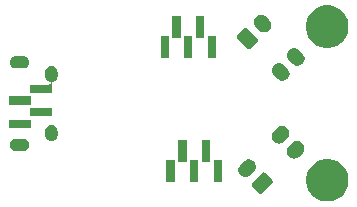
<source format=gbs>
G04 #@! TF.GenerationSoftware,KiCad,Pcbnew,5.1.5+dfsg1-2build2*
G04 #@! TF.CreationDate,2021-12-26T17:25:33+01:00*
G04 #@! TF.ProjectId,combined,636f6d62-696e-4656-942e-6b696361645f,rev?*
G04 #@! TF.SameCoordinates,Original*
G04 #@! TF.FileFunction,Soldermask,Bot*
G04 #@! TF.FilePolarity,Negative*
%FSLAX46Y46*%
G04 Gerber Fmt 4.6, Leading zero omitted, Abs format (unit mm)*
G04 Created by KiCad (PCBNEW 5.1.5+dfsg1-2build2) date 2021-12-26 17:25:33*
%MOMM*%
%LPD*%
G04 APERTURE LIST*
%ADD10C,0.100000*%
G04 APERTURE END LIST*
D10*
G36*
X105525331Y-38518211D02*
G01*
X105853092Y-38653974D01*
X106148070Y-38851072D01*
X106398928Y-39101930D01*
X106596026Y-39396908D01*
X106731789Y-39724669D01*
X106801000Y-40072616D01*
X106801000Y-40427384D01*
X106731789Y-40775331D01*
X106596026Y-41103092D01*
X106398928Y-41398070D01*
X106148070Y-41648928D01*
X105853092Y-41846026D01*
X105525331Y-41981789D01*
X105177384Y-42051000D01*
X104822616Y-42051000D01*
X104474669Y-41981789D01*
X104146908Y-41846026D01*
X103851930Y-41648928D01*
X103601072Y-41398070D01*
X103403974Y-41103092D01*
X103268211Y-40775331D01*
X103199000Y-40427384D01*
X103199000Y-40072616D01*
X103268211Y-39724669D01*
X103403974Y-39396908D01*
X103601072Y-39101930D01*
X103851930Y-38851072D01*
X104146908Y-38653974D01*
X104474669Y-38518211D01*
X104822616Y-38449000D01*
X105177384Y-38449000D01*
X105525331Y-38518211D01*
G37*
G36*
X99681220Y-39597910D02*
G01*
X99719486Y-39609519D01*
X99754758Y-39628372D01*
X99790437Y-39657652D01*
X100342348Y-40209563D01*
X100371628Y-40245242D01*
X100390481Y-40280514D01*
X100402090Y-40318780D01*
X100406009Y-40358579D01*
X100402090Y-40398378D01*
X100390481Y-40436644D01*
X100371628Y-40471916D01*
X100342348Y-40507595D01*
X99507595Y-41342348D01*
X99471916Y-41371628D01*
X99436644Y-41390481D01*
X99398378Y-41402090D01*
X99358579Y-41406009D01*
X99318780Y-41402090D01*
X99280514Y-41390481D01*
X99245242Y-41371628D01*
X99209563Y-41342348D01*
X98657652Y-40790437D01*
X98628372Y-40754758D01*
X98609519Y-40719486D01*
X98597910Y-40681220D01*
X98593991Y-40641421D01*
X98597910Y-40601622D01*
X98609519Y-40563356D01*
X98628372Y-40528084D01*
X98657652Y-40492405D01*
X99492405Y-39657652D01*
X99528084Y-39628372D01*
X99563356Y-39609519D01*
X99601622Y-39597910D01*
X99641421Y-39593991D01*
X99681220Y-39597910D01*
G37*
G36*
X92101000Y-40426000D02*
G01*
X91399000Y-40426000D01*
X91399000Y-38574000D01*
X92101000Y-38574000D01*
X92101000Y-40426000D01*
G37*
G36*
X94101000Y-40426000D02*
G01*
X93399000Y-40426000D01*
X93399000Y-38574000D01*
X94101000Y-38574000D01*
X94101000Y-40426000D01*
G37*
G36*
X96101000Y-40426000D02*
G01*
X95399000Y-40426000D01*
X95399000Y-38574000D01*
X96101000Y-38574000D01*
X96101000Y-40426000D01*
G37*
G36*
X98486445Y-38493484D02*
G01*
X98531761Y-38507231D01*
X98599737Y-38527851D01*
X98704140Y-38583656D01*
X98795656Y-38658760D01*
X98870760Y-38750276D01*
X98926565Y-38854679D01*
X98947185Y-38922655D01*
X98960932Y-38967971D01*
X98972536Y-39085787D01*
X98960932Y-39203604D01*
X98946611Y-39250813D01*
X98926565Y-39316895D01*
X98870760Y-39421298D01*
X98814475Y-39489882D01*
X98489882Y-39814475D01*
X98421298Y-39870760D01*
X98316895Y-39926565D01*
X98248919Y-39947185D01*
X98203603Y-39960932D01*
X98085787Y-39972536D01*
X97967971Y-39960932D01*
X97922655Y-39947185D01*
X97854679Y-39926565D01*
X97750276Y-39870760D01*
X97658760Y-39795656D01*
X97583656Y-39704140D01*
X97527851Y-39599737D01*
X97507231Y-39531761D01*
X97493484Y-39486445D01*
X97481880Y-39368629D01*
X97493484Y-39250813D01*
X97507806Y-39203602D01*
X97527851Y-39137521D01*
X97583656Y-39033118D01*
X97639941Y-38964534D01*
X97964534Y-38639941D01*
X98033118Y-38583656D01*
X98137521Y-38527851D01*
X98194167Y-38510668D01*
X98250812Y-38493484D01*
X98368629Y-38481880D01*
X98486445Y-38493484D01*
G37*
G36*
X95101000Y-38676000D02*
G01*
X94399000Y-38676000D01*
X94399000Y-36824000D01*
X95101000Y-36824000D01*
X95101000Y-38676000D01*
G37*
G36*
X93101000Y-38676000D02*
G01*
X92399000Y-38676000D01*
X92399000Y-36824000D01*
X93101000Y-36824000D01*
X93101000Y-38676000D01*
G37*
G36*
X102587664Y-36937849D02*
G01*
X102632980Y-36951596D01*
X102700956Y-36972216D01*
X102805359Y-37028021D01*
X102896875Y-37103125D01*
X102971979Y-37194641D01*
X103027784Y-37299044D01*
X103042401Y-37347231D01*
X103062151Y-37412336D01*
X103073755Y-37530152D01*
X103062151Y-37647969D01*
X103057165Y-37664404D01*
X103027784Y-37761260D01*
X102971979Y-37865663D01*
X102915694Y-37934247D01*
X102591101Y-38258840D01*
X102522517Y-38315125D01*
X102418114Y-38370930D01*
X102350138Y-38391550D01*
X102304822Y-38405297D01*
X102187006Y-38416901D01*
X102069190Y-38405297D01*
X102023874Y-38391550D01*
X101955898Y-38370930D01*
X101851495Y-38315125D01*
X101759979Y-38240021D01*
X101684875Y-38148505D01*
X101629070Y-38044102D01*
X101608450Y-37976126D01*
X101594703Y-37930810D01*
X101583099Y-37812994D01*
X101594703Y-37695178D01*
X101622841Y-37602421D01*
X101629070Y-37581886D01*
X101684875Y-37477483D01*
X101741160Y-37408899D01*
X102065753Y-37084306D01*
X102134337Y-37028021D01*
X102238740Y-36972216D01*
X102295386Y-36955033D01*
X102352031Y-36937849D01*
X102469848Y-36926245D01*
X102587664Y-36937849D01*
G37*
G36*
X79377231Y-36761177D02*
G01*
X79470732Y-36789540D01*
X79535201Y-36824000D01*
X79556896Y-36835596D01*
X79561615Y-36839469D01*
X79632422Y-36897578D01*
X79678258Y-36953430D01*
X79694404Y-36973104D01*
X79694405Y-36973106D01*
X79740460Y-37059268D01*
X79768823Y-37152769D01*
X79778399Y-37250000D01*
X79768823Y-37347231D01*
X79740460Y-37440732D01*
X79720816Y-37477483D01*
X79694404Y-37526896D01*
X79678258Y-37546570D01*
X79632422Y-37602422D01*
X79576924Y-37647967D01*
X79556896Y-37664404D01*
X79556894Y-37664405D01*
X79470732Y-37710460D01*
X79377231Y-37738823D01*
X79304360Y-37746000D01*
X78595640Y-37746000D01*
X78522769Y-37738823D01*
X78429268Y-37710460D01*
X78343106Y-37664405D01*
X78343104Y-37664404D01*
X78323076Y-37647967D01*
X78267578Y-37602422D01*
X78221742Y-37546570D01*
X78205596Y-37526896D01*
X78179184Y-37477483D01*
X78159540Y-37440732D01*
X78131177Y-37347231D01*
X78121601Y-37250000D01*
X78131177Y-37152769D01*
X78159540Y-37059268D01*
X78205595Y-36973106D01*
X78205596Y-36973104D01*
X78221742Y-36953430D01*
X78267578Y-36897578D01*
X78338385Y-36839469D01*
X78343104Y-36835596D01*
X78364799Y-36824000D01*
X78429268Y-36789540D01*
X78522769Y-36761177D01*
X78595640Y-36754000D01*
X79304360Y-36754000D01*
X79377231Y-36761177D01*
G37*
G36*
X101314872Y-35665057D02*
G01*
X101360188Y-35678804D01*
X101428164Y-35699424D01*
X101532567Y-35755229D01*
X101624083Y-35830333D01*
X101699187Y-35921849D01*
X101754992Y-36026252D01*
X101769527Y-36074168D01*
X101789359Y-36139544D01*
X101800963Y-36257360D01*
X101789359Y-36375177D01*
X101775038Y-36422386D01*
X101754992Y-36488468D01*
X101699187Y-36592871D01*
X101642902Y-36661455D01*
X101318309Y-36986048D01*
X101249725Y-37042333D01*
X101145322Y-37098138D01*
X101077346Y-37118758D01*
X101032030Y-37132505D01*
X100914214Y-37144109D01*
X100796398Y-37132505D01*
X100751082Y-37118758D01*
X100683106Y-37098138D01*
X100578703Y-37042333D01*
X100487187Y-36967229D01*
X100412083Y-36875713D01*
X100356278Y-36771310D01*
X100335658Y-36703334D01*
X100321911Y-36658018D01*
X100310307Y-36540202D01*
X100321911Y-36422386D01*
X100336233Y-36375175D01*
X100356278Y-36309094D01*
X100412083Y-36204691D01*
X100468368Y-36136107D01*
X100792961Y-35811514D01*
X100861545Y-35755229D01*
X100965948Y-35699424D01*
X101022595Y-35682240D01*
X101079239Y-35665057D01*
X101197056Y-35653453D01*
X101314872Y-35665057D01*
G37*
G36*
X81753114Y-35581611D02*
G01*
X81852265Y-35611688D01*
X81943644Y-35660531D01*
X82023738Y-35726262D01*
X82089469Y-35806356D01*
X82138312Y-35897736D01*
X82168389Y-35996887D01*
X82176000Y-36074162D01*
X82176000Y-36425839D01*
X82168389Y-36503114D01*
X82138312Y-36602265D01*
X82089469Y-36693644D01*
X82023738Y-36773738D01*
X81943644Y-36839469D01*
X81852264Y-36888312D01*
X81753113Y-36918389D01*
X81650000Y-36928545D01*
X81546886Y-36918389D01*
X81447735Y-36888312D01*
X81356356Y-36839469D01*
X81276262Y-36773738D01*
X81210531Y-36693644D01*
X81161688Y-36602264D01*
X81131611Y-36503113D01*
X81124000Y-36425838D01*
X81124000Y-36074161D01*
X81131611Y-35996886D01*
X81154374Y-35921848D01*
X81161689Y-35897734D01*
X81210532Y-35806356D01*
X81276263Y-35726262D01*
X81356357Y-35660531D01*
X81447736Y-35611688D01*
X81546887Y-35581611D01*
X81650000Y-35571455D01*
X81753114Y-35581611D01*
G37*
G36*
X79926000Y-35851000D02*
G01*
X78074000Y-35851000D01*
X78074000Y-35149000D01*
X79926000Y-35149000D01*
X79926000Y-35851000D01*
G37*
G36*
X81676000Y-34851000D02*
G01*
X79824000Y-34851000D01*
X79824000Y-34149000D01*
X81676000Y-34149000D01*
X81676000Y-34851000D01*
G37*
G36*
X79926000Y-33851000D02*
G01*
X78074000Y-33851000D01*
X78074000Y-33149000D01*
X79926000Y-33149000D01*
X79926000Y-33851000D01*
G37*
G36*
X81753114Y-30581611D02*
G01*
X81852265Y-30611688D01*
X81943644Y-30660531D01*
X82023738Y-30726262D01*
X82089469Y-30806356D01*
X82138312Y-30897736D01*
X82168389Y-30996887D01*
X82176000Y-31074162D01*
X82176000Y-31425839D01*
X82168389Y-31503114D01*
X82138312Y-31602265D01*
X82089469Y-31693644D01*
X82023738Y-31773738D01*
X81943644Y-31839469D01*
X81852264Y-31888312D01*
X81764706Y-31914872D01*
X81742075Y-31924247D01*
X81721701Y-31937860D01*
X81704373Y-31955187D01*
X81690760Y-31975562D01*
X81681382Y-31998201D01*
X81676602Y-32022234D01*
X81676000Y-32034486D01*
X81676000Y-32851000D01*
X79824000Y-32851000D01*
X79824000Y-32149000D01*
X81464435Y-32149000D01*
X81488821Y-32146598D01*
X81512270Y-32139485D01*
X81533881Y-32127934D01*
X81552823Y-32112389D01*
X81568368Y-32093447D01*
X81579919Y-32071836D01*
X81587032Y-32048387D01*
X81589434Y-32024001D01*
X81587032Y-31999615D01*
X81579919Y-31976166D01*
X81568368Y-31954555D01*
X81552823Y-31935613D01*
X81533881Y-31920068D01*
X81500727Y-31904387D01*
X81447735Y-31888312D01*
X81356356Y-31839469D01*
X81276262Y-31773738D01*
X81210531Y-31693644D01*
X81161688Y-31602264D01*
X81131611Y-31503113D01*
X81124000Y-31425838D01*
X81124000Y-31074161D01*
X81131611Y-30996886D01*
X81151663Y-30930785D01*
X81161689Y-30897734D01*
X81210532Y-30806356D01*
X81276263Y-30726262D01*
X81356357Y-30660531D01*
X81447736Y-30611688D01*
X81546887Y-30581611D01*
X81650000Y-30571455D01*
X81753114Y-30581611D01*
G37*
G36*
X101054822Y-30344703D02*
G01*
X101100138Y-30358450D01*
X101168114Y-30379070D01*
X101272517Y-30434875D01*
X101341101Y-30491160D01*
X101665694Y-30815753D01*
X101721979Y-30884337D01*
X101777784Y-30988740D01*
X101794968Y-31045387D01*
X101812151Y-31102031D01*
X101823755Y-31219848D01*
X101812151Y-31337664D01*
X101798404Y-31382980D01*
X101777784Y-31450956D01*
X101721979Y-31555359D01*
X101646875Y-31646875D01*
X101555359Y-31721979D01*
X101450956Y-31777784D01*
X101382980Y-31798404D01*
X101337664Y-31812151D01*
X101219848Y-31823755D01*
X101102031Y-31812151D01*
X101045386Y-31794967D01*
X100988740Y-31777784D01*
X100884337Y-31721979D01*
X100815753Y-31665694D01*
X100491160Y-31341101D01*
X100434875Y-31272517D01*
X100379070Y-31168114D01*
X100350572Y-31074168D01*
X100344703Y-31054822D01*
X100333099Y-30937006D01*
X100344703Y-30819190D01*
X100358450Y-30773874D01*
X100379070Y-30705898D01*
X100434875Y-30601495D01*
X100509979Y-30509979D01*
X100601495Y-30434875D01*
X100705898Y-30379070D01*
X100773874Y-30358450D01*
X100819190Y-30344703D01*
X100937006Y-30333099D01*
X101054822Y-30344703D01*
G37*
G36*
X79377231Y-29761177D02*
G01*
X79470732Y-29789540D01*
X79545003Y-29829239D01*
X79556896Y-29835596D01*
X79576570Y-29851742D01*
X79632422Y-29897578D01*
X79673027Y-29947056D01*
X79694404Y-29973104D01*
X79694405Y-29973106D01*
X79740460Y-30059268D01*
X79768823Y-30152769D01*
X79778399Y-30250000D01*
X79768823Y-30347231D01*
X79740460Y-30440732D01*
X79713505Y-30491160D01*
X79694404Y-30526896D01*
X79678258Y-30546570D01*
X79632422Y-30602422D01*
X79576570Y-30648258D01*
X79556896Y-30664404D01*
X79556894Y-30664405D01*
X79470732Y-30710460D01*
X79377231Y-30738823D01*
X79304360Y-30746000D01*
X78595640Y-30746000D01*
X78522769Y-30738823D01*
X78429268Y-30710460D01*
X78343106Y-30664405D01*
X78343104Y-30664404D01*
X78323430Y-30648258D01*
X78267578Y-30602422D01*
X78221742Y-30546570D01*
X78205596Y-30526896D01*
X78186495Y-30491160D01*
X78159540Y-30440732D01*
X78131177Y-30347231D01*
X78121601Y-30250000D01*
X78131177Y-30152769D01*
X78159540Y-30059268D01*
X78205595Y-29973106D01*
X78205596Y-29973104D01*
X78226973Y-29947056D01*
X78267578Y-29897578D01*
X78323430Y-29851742D01*
X78343104Y-29835596D01*
X78354997Y-29829239D01*
X78429268Y-29789540D01*
X78522769Y-29761177D01*
X78595640Y-29754000D01*
X79304360Y-29754000D01*
X79377231Y-29761177D01*
G37*
G36*
X102327614Y-29071911D02*
G01*
X102372930Y-29085658D01*
X102440906Y-29106278D01*
X102545309Y-29162083D01*
X102613893Y-29218368D01*
X102938486Y-29542961D01*
X102994771Y-29611545D01*
X103050576Y-29715948D01*
X103062119Y-29754000D01*
X103084943Y-29829239D01*
X103096547Y-29947056D01*
X103084943Y-30064872D01*
X103071196Y-30110188D01*
X103050576Y-30178164D01*
X102994771Y-30282567D01*
X102919667Y-30374083D01*
X102828151Y-30449187D01*
X102723748Y-30504992D01*
X102655772Y-30525612D01*
X102610456Y-30539359D01*
X102492640Y-30550963D01*
X102374823Y-30539359D01*
X102318179Y-30522176D01*
X102261532Y-30504992D01*
X102157129Y-30449187D01*
X102088545Y-30392902D01*
X101763952Y-30068309D01*
X101707667Y-29999725D01*
X101651862Y-29895322D01*
X101631242Y-29827346D01*
X101617495Y-29782030D01*
X101605891Y-29664214D01*
X101617495Y-29546398D01*
X101631242Y-29501082D01*
X101651862Y-29433106D01*
X101707667Y-29328703D01*
X101782771Y-29237187D01*
X101874287Y-29162083D01*
X101978690Y-29106278D01*
X102046666Y-29085658D01*
X102091982Y-29071911D01*
X102209798Y-29060307D01*
X102327614Y-29071911D01*
G37*
G36*
X95601000Y-29926000D02*
G01*
X94899000Y-29926000D01*
X94899000Y-28074000D01*
X95601000Y-28074000D01*
X95601000Y-29926000D01*
G37*
G36*
X93601000Y-29926000D02*
G01*
X92899000Y-29926000D01*
X92899000Y-28074000D01*
X93601000Y-28074000D01*
X93601000Y-29926000D01*
G37*
G36*
X91601000Y-29926000D02*
G01*
X90899000Y-29926000D01*
X90899000Y-28074000D01*
X91601000Y-28074000D01*
X91601000Y-29926000D01*
G37*
G36*
X98148378Y-27347910D02*
G01*
X98186644Y-27359519D01*
X98221916Y-27378372D01*
X98257595Y-27407652D01*
X99092348Y-28242405D01*
X99121628Y-28278084D01*
X99140481Y-28313356D01*
X99152090Y-28351622D01*
X99156009Y-28391421D01*
X99152090Y-28431220D01*
X99140481Y-28469486D01*
X99121628Y-28504758D01*
X99092348Y-28540437D01*
X98540437Y-29092348D01*
X98504758Y-29121628D01*
X98469486Y-29140481D01*
X98431220Y-29152090D01*
X98391421Y-29156009D01*
X98351622Y-29152090D01*
X98313356Y-29140481D01*
X98278084Y-29121628D01*
X98242405Y-29092348D01*
X97407652Y-28257595D01*
X97378372Y-28221916D01*
X97359519Y-28186644D01*
X97347910Y-28148378D01*
X97343991Y-28108579D01*
X97347910Y-28068780D01*
X97359519Y-28030514D01*
X97378372Y-27995242D01*
X97407652Y-27959563D01*
X97959563Y-27407652D01*
X97995242Y-27378372D01*
X98030514Y-27359519D01*
X98068780Y-27347910D01*
X98108579Y-27343991D01*
X98148378Y-27347910D01*
G37*
G36*
X105525331Y-25518211D02*
G01*
X105853092Y-25653974D01*
X106148070Y-25851072D01*
X106398928Y-26101930D01*
X106596026Y-26396908D01*
X106731789Y-26724669D01*
X106801000Y-27072616D01*
X106801000Y-27427384D01*
X106731789Y-27775331D01*
X106596026Y-28103092D01*
X106398928Y-28398070D01*
X106148070Y-28648928D01*
X105853092Y-28846026D01*
X105525331Y-28981789D01*
X105177384Y-29051000D01*
X104822616Y-29051000D01*
X104474669Y-28981789D01*
X104146908Y-28846026D01*
X103851930Y-28648928D01*
X103601072Y-28398070D01*
X103403974Y-28103092D01*
X103268211Y-27775331D01*
X103199000Y-27427384D01*
X103199000Y-27072616D01*
X103268211Y-26724669D01*
X103403974Y-26396908D01*
X103601072Y-26101930D01*
X103851930Y-25851072D01*
X104146908Y-25653974D01*
X104474669Y-25518211D01*
X104822616Y-25449000D01*
X105177384Y-25449000D01*
X105525331Y-25518211D01*
G37*
G36*
X94601000Y-28176000D02*
G01*
X93899000Y-28176000D01*
X93899000Y-26324000D01*
X94601000Y-26324000D01*
X94601000Y-28176000D01*
G37*
G36*
X92601000Y-28176000D02*
G01*
X91899000Y-28176000D01*
X91899000Y-26324000D01*
X92601000Y-26324000D01*
X92601000Y-28176000D01*
G37*
G36*
X99499187Y-26243484D02*
G01*
X99544503Y-26257231D01*
X99612479Y-26277851D01*
X99716882Y-26333656D01*
X99785466Y-26389941D01*
X100110059Y-26714534D01*
X100166344Y-26783118D01*
X100222149Y-26887521D01*
X100239333Y-26944168D01*
X100256516Y-27000812D01*
X100268120Y-27118629D01*
X100256516Y-27236445D01*
X100242769Y-27281761D01*
X100222149Y-27349737D01*
X100166344Y-27454140D01*
X100091240Y-27545656D01*
X99999724Y-27620760D01*
X99895321Y-27676565D01*
X99827345Y-27697185D01*
X99782029Y-27710932D01*
X99664213Y-27722536D01*
X99546396Y-27710932D01*
X99489752Y-27693749D01*
X99433105Y-27676565D01*
X99328702Y-27620760D01*
X99260118Y-27564475D01*
X98935525Y-27239882D01*
X98879240Y-27171298D01*
X98823435Y-27066895D01*
X98802815Y-26998919D01*
X98789068Y-26953603D01*
X98777464Y-26835787D01*
X98789068Y-26717971D01*
X98802815Y-26672655D01*
X98823435Y-26604679D01*
X98879240Y-26500276D01*
X98954344Y-26408760D01*
X99045860Y-26333656D01*
X99150263Y-26277851D01*
X99218239Y-26257231D01*
X99263555Y-26243484D01*
X99381371Y-26231880D01*
X99499187Y-26243484D01*
G37*
M02*

</source>
